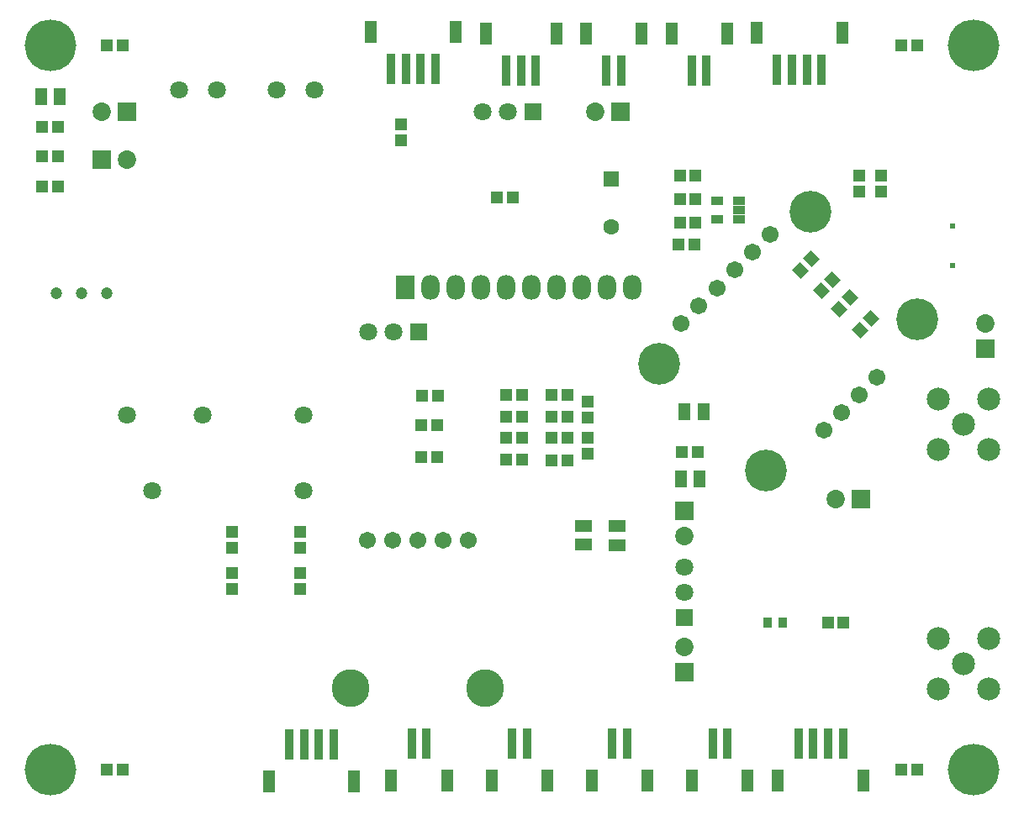
<source format=gbs>
G04*
G04 #@! TF.GenerationSoftware,Altium Limited,Altium Designer,21.2.2 (38)*
G04*
G04 Layer_Color=16711935*
%FSTAX24Y24*%
%MOIN*%
G70*
G04*
G04 #@! TF.SameCoordinates,E8B1D116-6B3C-4CC1-BC5D-0A1EC4A5AECB*
G04*
G04*
G04 #@! TF.FilePolarity,Negative*
G04*
G01*
G75*
%ADD66R,0.0336X0.0415*%
%ADD73R,0.0474X0.0651*%
%ADD75R,0.0651X0.0474*%
%ADD82R,0.0513X0.0867*%
%ADD83R,0.0356X0.1222*%
%ADD105C,0.0907*%
%ADD106C,0.0710*%
%ADD107R,0.0710X0.0710*%
%ADD108O,0.0730X0.0980*%
%ADD109R,0.0730X0.0980*%
%ADD110C,0.1655*%
%ADD111C,0.0671*%
%ADD112C,0.0631*%
%ADD113R,0.0631X0.0631*%
%ADD114C,0.0730*%
%ADD115R,0.0730X0.0730*%
%ADD116C,0.0237*%
%ADD117C,0.1497*%
%ADD118C,0.2049*%
%ADD119R,0.0730X0.0730*%
%ADD120R,0.0710X0.0710*%
%ADD121C,0.0474*%
%ADD149R,0.0497X0.0336*%
G04:AMPARAMS|DCode=150|XSize=45.4mil|YSize=47.4mil|CornerRadius=0mil|HoleSize=0mil|Usage=FLASHONLY|Rotation=225.000|XOffset=0mil|YOffset=0mil|HoleType=Round|Shape=Rectangle|*
%AMROTATEDRECTD150*
4,1,4,-0.0007,0.0328,0.0328,-0.0007,0.0007,-0.0328,-0.0328,0.0007,-0.0007,0.0328,0.0*
%
%ADD150ROTATEDRECTD150*%

%ADD151R,0.0474X0.0454*%
%ADD152R,0.0454X0.0474*%
D66*
X040433Y017205D02*
D03*
X039803D02*
D03*
D73*
X011004Y038091D02*
D03*
X011752D02*
D03*
X037126Y022913D02*
D03*
X036378D02*
D03*
X037283Y025591D02*
D03*
X036535D02*
D03*
D75*
X033839Y020295D02*
D03*
Y021043D02*
D03*
X03252Y021063D02*
D03*
Y020315D02*
D03*
D82*
X03939Y04061D02*
D03*
X042776D02*
D03*
X023425Y010925D02*
D03*
X020039D02*
D03*
X036004Y040571D02*
D03*
X038209D02*
D03*
X034823D02*
D03*
X032618D02*
D03*
X031437D02*
D03*
X028642D02*
D03*
X027461Y04065D02*
D03*
X024075D02*
D03*
X028878Y010945D02*
D03*
X031083D02*
D03*
X024902D02*
D03*
X027106D02*
D03*
X032854D02*
D03*
X035059D02*
D03*
X036831D02*
D03*
X039035D02*
D03*
X040236Y010965D02*
D03*
X043622D02*
D03*
D83*
X041378Y039154D02*
D03*
X040787Y039154D02*
D03*
X040197D02*
D03*
X041968Y039154D02*
D03*
X021437Y012382D02*
D03*
X022028Y012382D02*
D03*
X022618D02*
D03*
X020846Y012382D02*
D03*
X036811Y039114D02*
D03*
X037402D02*
D03*
X034016D02*
D03*
X033425D02*
D03*
X03063Y039114D02*
D03*
X030039Y039114D02*
D03*
X029449D02*
D03*
X026654Y039193D02*
D03*
X024882Y039193D02*
D03*
X025472D02*
D03*
X026063Y039193D02*
D03*
X029685Y012402D02*
D03*
X030276D02*
D03*
X025709D02*
D03*
X026299D02*
D03*
X033661D02*
D03*
X034252D02*
D03*
X037638D02*
D03*
X038228D02*
D03*
X041043Y012421D02*
D03*
X042815Y012421D02*
D03*
X042224D02*
D03*
X041634Y012421D02*
D03*
D105*
X047579Y025079D02*
D03*
X046579Y026079D02*
D03*
Y024079D02*
D03*
X048579D02*
D03*
Y026079D02*
D03*
Y016591D02*
D03*
Y014591D02*
D03*
X046579D02*
D03*
Y016591D02*
D03*
X047579Y015591D02*
D03*
D106*
X024Y02874D02*
D03*
X025D02*
D03*
X021433Y025457D02*
D03*
X015433Y022457D02*
D03*
X014433Y025457D02*
D03*
X017433D02*
D03*
X021433Y022457D02*
D03*
X029528Y03748D02*
D03*
X028528D02*
D03*
X036535Y018409D02*
D03*
Y019409D02*
D03*
X017996Y038346D02*
D03*
X016496D02*
D03*
X021858D02*
D03*
X020358D02*
D03*
D107*
X026Y02874D02*
D03*
X030528Y03748D02*
D03*
D108*
X032465Y030512D02*
D03*
X030465D02*
D03*
X028465D02*
D03*
X027465D02*
D03*
X026465D02*
D03*
X029465D02*
D03*
X031465D02*
D03*
X033465D02*
D03*
X034465D02*
D03*
D109*
X025465D02*
D03*
D110*
X04576Y029262D02*
D03*
X041517Y033505D02*
D03*
X039749Y023252D02*
D03*
X035507Y027494D02*
D03*
D111*
X039926Y032621D02*
D03*
X03639Y029085D02*
D03*
X037097Y029792D02*
D03*
X037805Y030499D02*
D03*
X038512Y031206D02*
D03*
X039219Y031914D02*
D03*
X042047Y024843D02*
D03*
X042754Y02555D02*
D03*
X043461Y026257D02*
D03*
X044169Y026964D02*
D03*
X025949Y020492D02*
D03*
X026949D02*
D03*
X024949D02*
D03*
X023949D02*
D03*
X027949D02*
D03*
D112*
X033622Y032913D02*
D03*
D113*
Y034803D02*
D03*
D114*
X048465Y029083D02*
D03*
X036535Y020642D02*
D03*
X042531Y022126D02*
D03*
X036535Y016248D02*
D03*
X032992Y03748D02*
D03*
X013406D02*
D03*
X014417Y035571D02*
D03*
D115*
X048465Y028083D02*
D03*
X036535Y021642D02*
D03*
Y015248D02*
D03*
D116*
X047146Y032953D02*
D03*
Y031378D02*
D03*
D117*
X023272Y014626D02*
D03*
X028626D02*
D03*
D118*
X047992Y040118D02*
D03*
Y011378D02*
D03*
X011378D02*
D03*
X011378Y040118D02*
D03*
D119*
X043531Y022126D02*
D03*
X033992Y03748D02*
D03*
X014406D02*
D03*
X013417Y035571D02*
D03*
D120*
X036535Y017409D02*
D03*
D121*
X013618Y030276D02*
D03*
X012618D02*
D03*
X011618D02*
D03*
D149*
X037835Y033957D02*
D03*
X038701D02*
D03*
X038701Y033583D02*
D03*
X037835Y033209D02*
D03*
X038701D02*
D03*
D150*
X041561Y03164D02*
D03*
X041116Y031195D02*
D03*
X042388Y030813D02*
D03*
X041943Y030368D02*
D03*
X043097Y030105D02*
D03*
X042651Y029659D02*
D03*
X043924Y029278D02*
D03*
X043478Y028832D02*
D03*
D151*
X043465Y034331D02*
D03*
Y034961D02*
D03*
X044331Y034331D02*
D03*
Y034961D02*
D03*
X025276Y036969D02*
D03*
Y036339D02*
D03*
X021299Y019173D02*
D03*
Y018543D02*
D03*
Y020177D02*
D03*
Y020807D02*
D03*
X018583Y020197D02*
D03*
Y020827D02*
D03*
Y018543D02*
D03*
Y019173D02*
D03*
X032677Y024547D02*
D03*
Y023917D02*
D03*
Y025354D02*
D03*
Y025984D02*
D03*
D152*
X011693Y034528D02*
D03*
X011063D02*
D03*
X036339Y033071D02*
D03*
X036969D02*
D03*
X036339Y034016D02*
D03*
X036969D02*
D03*
X011693Y035709D02*
D03*
X011063D02*
D03*
X029094Y034074D02*
D03*
X029724D02*
D03*
X042835Y017205D02*
D03*
X042205D02*
D03*
X036969Y034961D02*
D03*
X036339D02*
D03*
X014252Y040118D02*
D03*
X013622D02*
D03*
X014252Y011378D02*
D03*
X013622D02*
D03*
X011693Y03689D02*
D03*
X011063D02*
D03*
X045748Y011378D02*
D03*
X045118D02*
D03*
X036929Y032205D02*
D03*
X036299D02*
D03*
X037047Y023976D02*
D03*
X036417D02*
D03*
X026102Y025039D02*
D03*
X026732D02*
D03*
X026122Y02622D02*
D03*
X026752D02*
D03*
X026083Y023799D02*
D03*
X026713D02*
D03*
X045748Y040118D02*
D03*
X045118D02*
D03*
X030079Y025374D02*
D03*
X029449D02*
D03*
Y02624D02*
D03*
X030079D02*
D03*
X029449Y024547D02*
D03*
X030079D02*
D03*
X03187Y023661D02*
D03*
X03124D02*
D03*
X029449Y023681D02*
D03*
X030079D02*
D03*
X03187Y025374D02*
D03*
X03124D02*
D03*
X03187Y024547D02*
D03*
X03124D02*
D03*
X03189Y02624D02*
D03*
X03126D02*
D03*
M02*

</source>
